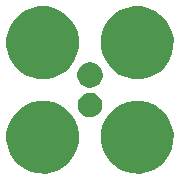
<source format=gts>
%TF.GenerationSoftware,KiCad,Pcbnew,4.0.5-e0-6337~49~ubuntu16.04.1*%
%TF.CreationDate,2017-01-18T00:34:39-08:00*%
%TF.ProjectId,2x2-Generic-2.54mm-Pitch,3278322D47656E657269632D322E3534,1.0*%
%TF.FileFunction,Soldermask,Top*%
%FSLAX46Y46*%
G04 Gerber Fmt 4.6, Leading zero omitted, Abs format (unit mm)*
G04 Created by KiCad (PCBNEW 4.0.5-e0-6337~49~ubuntu16.04.1) date Wed Jan 18 00:34:39 2017*
%MOMM*%
%LPD*%
G01*
G04 APERTURE LIST*
%ADD10C,0.350000*%
G04 APERTURE END LIST*
D10*
G36*
X146881110Y-99160847D02*
X147472055Y-99282151D01*
X148028198Y-99515932D01*
X148528334Y-99853278D01*
X148953421Y-100281343D01*
X149287266Y-100783821D01*
X149517156Y-101341576D01*
X149634264Y-101933014D01*
X149634264Y-101933024D01*
X149634331Y-101933363D01*
X149624710Y-102622416D01*
X149624633Y-102622754D01*
X149624633Y-102622762D01*
X149491057Y-103210701D01*
X149245685Y-103761816D01*
X148897937Y-104254778D01*
X148461062Y-104670809D01*
X147951700Y-104994061D01*
X147389254Y-105212219D01*
X146795147Y-105316976D01*
X146192003Y-105304342D01*
X145602800Y-105174797D01*
X145049982Y-104933277D01*
X144554607Y-104588982D01*
X144135537Y-104155023D01*
X143808738Y-103647930D01*
X143586656Y-103087014D01*
X143477755Y-102493658D01*
X143486177Y-101890441D01*
X143611606Y-101300347D01*
X143849259Y-100745858D01*
X144190091Y-100248088D01*
X144621112Y-99826000D01*
X145125913Y-99495668D01*
X145685259Y-99269677D01*
X146277845Y-99156636D01*
X146881110Y-99160847D01*
X146881110Y-99160847D01*
G37*
G36*
X154881110Y-99160847D02*
X155472055Y-99282151D01*
X156028198Y-99515932D01*
X156528334Y-99853278D01*
X156953421Y-100281343D01*
X157287266Y-100783821D01*
X157517156Y-101341576D01*
X157634264Y-101933014D01*
X157634264Y-101933024D01*
X157634331Y-101933363D01*
X157624710Y-102622416D01*
X157624633Y-102622754D01*
X157624633Y-102622762D01*
X157491057Y-103210701D01*
X157245685Y-103761816D01*
X156897937Y-104254778D01*
X156461062Y-104670809D01*
X155951700Y-104994061D01*
X155389254Y-105212219D01*
X154795147Y-105316976D01*
X154192003Y-105304342D01*
X153602800Y-105174797D01*
X153049982Y-104933277D01*
X152554607Y-104588982D01*
X152135537Y-104155023D01*
X151808738Y-103647930D01*
X151586656Y-103087014D01*
X151477755Y-102493658D01*
X151486177Y-101890441D01*
X151611606Y-101300347D01*
X151849259Y-100745858D01*
X152190091Y-100248088D01*
X152621112Y-99826000D01*
X153125913Y-99495668D01*
X153685259Y-99269677D01*
X154277845Y-99156636D01*
X154881110Y-99160847D01*
X154881110Y-99160847D01*
G37*
G36*
X150665790Y-98479481D02*
X150862921Y-98519947D01*
X151048451Y-98597937D01*
X151215292Y-98710473D01*
X151357098Y-98853272D01*
X151468466Y-99020895D01*
X151545156Y-99206958D01*
X151584176Y-99404027D01*
X151584176Y-99404032D01*
X151584244Y-99404376D01*
X151581034Y-99634239D01*
X151580957Y-99634577D01*
X151580957Y-99634586D01*
X151536449Y-99830490D01*
X151454596Y-100014335D01*
X151338588Y-100178786D01*
X151192850Y-100317571D01*
X151022931Y-100425405D01*
X150835299Y-100498182D01*
X150637112Y-100533128D01*
X150435905Y-100528913D01*
X150239351Y-100485699D01*
X150054933Y-100405128D01*
X149889682Y-100290275D01*
X149749882Y-100145509D01*
X149640864Y-99976345D01*
X149566777Y-99789224D01*
X149530449Y-99591288D01*
X149533258Y-99390058D01*
X149575102Y-99193205D01*
X149654380Y-99008232D01*
X149768080Y-98842178D01*
X149911865Y-98701373D01*
X150080265Y-98591176D01*
X150266860Y-98515786D01*
X150464540Y-98478077D01*
X150665790Y-98479481D01*
X150665790Y-98479481D01*
G37*
G36*
X150671042Y-95889515D02*
X150877777Y-95931952D01*
X151072347Y-96013741D01*
X151247318Y-96131761D01*
X151396033Y-96281518D01*
X151512827Y-96457308D01*
X151593253Y-96652436D01*
X151634178Y-96859124D01*
X151634178Y-96859129D01*
X151634246Y-96859473D01*
X151630880Y-97100536D01*
X151630803Y-97100874D01*
X151630803Y-97100883D01*
X151584122Y-97306349D01*
X151498281Y-97499152D01*
X151376621Y-97671615D01*
X151223782Y-97817162D01*
X151045584Y-97930250D01*
X150848810Y-98006573D01*
X150640967Y-98043222D01*
X150429957Y-98038802D01*
X150223825Y-97993481D01*
X150030422Y-97908985D01*
X149857119Y-97788536D01*
X149710508Y-97636717D01*
X149596178Y-97459310D01*
X149518481Y-97263072D01*
X149480384Y-97055492D01*
X149483330Y-96844458D01*
X149527211Y-96638013D01*
X149610353Y-96444028D01*
X149729593Y-96269883D01*
X149880384Y-96122217D01*
X150056988Y-96006651D01*
X150252675Y-95927588D01*
X150459987Y-95888042D01*
X150671042Y-95889515D01*
X150671042Y-95889515D01*
G37*
G36*
X146881110Y-91160847D02*
X147472055Y-91282151D01*
X148028198Y-91515932D01*
X148528334Y-91853278D01*
X148953421Y-92281343D01*
X149287266Y-92783821D01*
X149517156Y-93341576D01*
X149634264Y-93933014D01*
X149634264Y-93933024D01*
X149634331Y-93933363D01*
X149624710Y-94622416D01*
X149624633Y-94622754D01*
X149624633Y-94622762D01*
X149491057Y-95210701D01*
X149245685Y-95761816D01*
X148897937Y-96254778D01*
X148461062Y-96670809D01*
X147951700Y-96994061D01*
X147389254Y-97212219D01*
X146795147Y-97316976D01*
X146192003Y-97304342D01*
X145602800Y-97174797D01*
X145049982Y-96933277D01*
X144554607Y-96588982D01*
X144135537Y-96155023D01*
X143808738Y-95647930D01*
X143586656Y-95087014D01*
X143477755Y-94493658D01*
X143486177Y-93890441D01*
X143611606Y-93300347D01*
X143849259Y-92745858D01*
X144190091Y-92248088D01*
X144621112Y-91826000D01*
X145125913Y-91495668D01*
X145685259Y-91269677D01*
X146277845Y-91156636D01*
X146881110Y-91160847D01*
X146881110Y-91160847D01*
G37*
G36*
X154881110Y-91160847D02*
X155472055Y-91282151D01*
X156028198Y-91515932D01*
X156528334Y-91853278D01*
X156953421Y-92281343D01*
X157287266Y-92783821D01*
X157517156Y-93341576D01*
X157634264Y-93933014D01*
X157634264Y-93933024D01*
X157634331Y-93933363D01*
X157624710Y-94622416D01*
X157624633Y-94622754D01*
X157624633Y-94622762D01*
X157491057Y-95210701D01*
X157245685Y-95761816D01*
X156897937Y-96254778D01*
X156461062Y-96670809D01*
X155951700Y-96994061D01*
X155389254Y-97212219D01*
X154795147Y-97316976D01*
X154192003Y-97304342D01*
X153602800Y-97174797D01*
X153049982Y-96933277D01*
X152554607Y-96588982D01*
X152135537Y-96155023D01*
X151808738Y-95647930D01*
X151586656Y-95087014D01*
X151477755Y-94493658D01*
X151486177Y-93890441D01*
X151611606Y-93300347D01*
X151849259Y-92745858D01*
X152190091Y-92248088D01*
X152621112Y-91826000D01*
X153125913Y-91495668D01*
X153685259Y-91269677D01*
X154277845Y-91156636D01*
X154881110Y-91160847D01*
X154881110Y-91160847D01*
G37*
M02*

</source>
